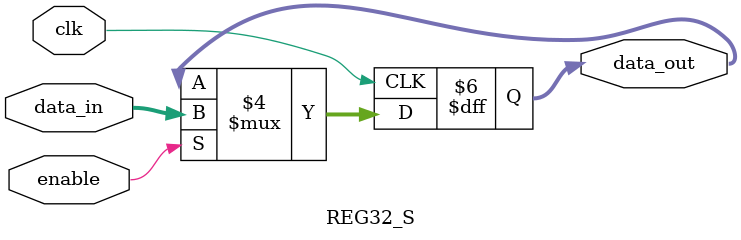
<source format=v>
module REG32_S(clk, enable, data_in, data_out);

//Port Discipline 
input wire        clk;      //system clock
input wire        enable;   //allows data to be overwritten
input wire [31:0] data_in;  //data to write to register on clk edge and enable
output reg [31:0] data_out; //data contained within the register

// Simple 32-bit register. On rising edge of clock the value of out is updated to the value of in
always @(posedge clk)
	if (enable == 1) begin
		data_out = data_in;
	end    
endmodule
</source>
